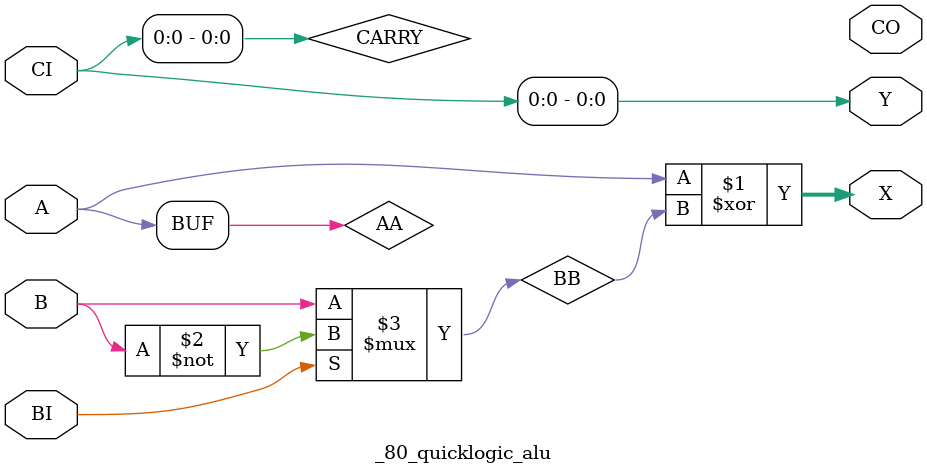
<source format=v>

(* techmap_celltype = "$alu" *)
module _80_quicklogic_alu (A, B, CI, BI, X, Y, CO);

	parameter A_SIGNED = 0;
	parameter B_SIGNED = 0;
	parameter A_WIDTH = 1;
	parameter B_WIDTH = 1;
	parameter Y_WIDTH = 1;

	input [A_WIDTH-1:0] A;
	input [B_WIDTH-1:0] B;
	output [Y_WIDTH:0] X, Y;

	input CI, BI;
	output [Y_WIDTH:0] CO;

	wire [Y_WIDTH-1:0] AA, BB;
	wire [1024:0] _TECHMAP_DO_ = "splitnets CARRY; clean";

	generate
		if (A_SIGNED && B_SIGNED) begin:BLOCK1
			assign AA = $signed(A), BB = BI ? ~$signed(B) : $signed(B);
		end else begin:BLOCK2
			assign AA = $unsigned(A), BB = BI ? ~$unsigned(B) : $unsigned(B);
		end
	endgenerate

	wire [Y_WIDTH: 0 ] CARRY;
	assign CARRY[0] = CI;

	genvar i;
	generate for (i = 0; i < Y_WIDTH - 1; i = i+1) begin:gen3
	     adder my_adder (
	       .cin     (CARRY[i]  ),
	       .cout    (CARRY[i+1]),
	       .a       (AA[i]     ),
	       .b       (BB[i]     ),
	       .sumout  (Y[i]      )
	     );
	end endgenerate

	generate if ((Y_WIDTH -1) % 20 == 0) begin:gen4
	     assign Y[Y_WIDTH-1] = CARRY[Y_WIDTH-1];
	end else begin:gen5
	     adder my_adder (
	       .cin     (CARRY[Y_WIDTH - 1]),
	       .cout    (CARRY[Y_WIDTH]    ),
	       .a       (1'b0              ),
	       .b       (1'b0              ),
	       .sumout  (Y[Y_WIDTH -1]     )
	     );
	end
	endgenerate
	assign X = AA ^ BB;
endmodule


</source>
